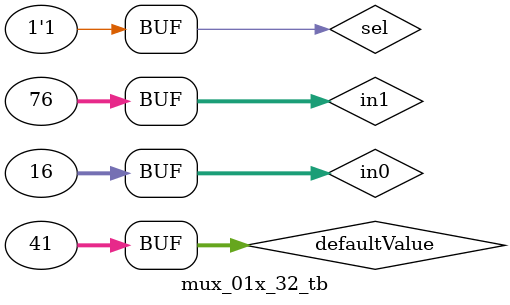
<source format=v>
module mux_01x_32 (out, in0, in1, defaultWire, sel);
	input sel;
	input [31:0] in0, in1, defaultWire;
	output reg [31:0] out;

	always @(sel, in0, in1, defaultWire) begin
		case (sel)
			0: out <= in0;
			1: out <= in1;
			default: out <= defaultWire;
		endcase
	end

endmodule

module mux_01x_32_tb ();
	reg sel;
	reg [31:0] in0, in1, defaultValue;
	wire [31:0] out;

	mux_01x_32 testMux (out, in0, in1, defaultValue, sel);

	initial begin

		$monitor("Sel: %b, Out: %h", sel, out);

		in0 <= 32'd16;
		in1 <= 32'h4C;
		defaultValue <= 32'd41;

		#5 sel <= 0;
		#5 sel <= 1;
	end

endmodule

</source>
